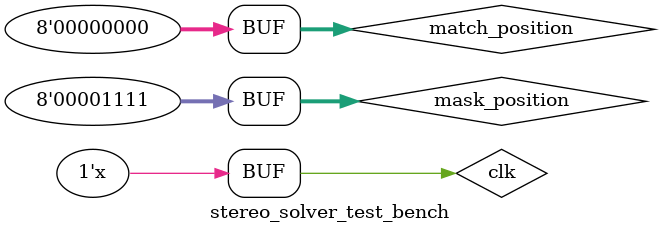
<source format=v>
`timescale 1 ns / 1 ps

module stereo_solver_test_bench
	(
	);
// clock generation for test bench	
	reg clk = 0;

	always begin
	#5 clk = !clk;	
	end
	

	reg test_reg = 8;

	always @ (posedge clk) begin
		test_reg <= test_reg -1;
	end
// e[MaEnd of clock generation of test bench

//////////////////////////////////////////////////////////////////////////////////////////////////////////////////////////

//test bench for stereo solver module

	parameter MASK_SIZE = 5;
	parameter MATCH_WIDE = 18;
	parameter POSITION_BITS = 8;

	reg [8-1 : 0] mask [MASK_SIZE*MASK_SIZE-1 : 0];
	reg [8-1 : 0] match_array [MASK_SIZE*MATCH_WIDE-1 : 0];
	reg [POSITION_BITS-1 : 0] mask_position = 15;
	reg [POSITION_BITS-1 : 0] match_position = 0;
	wire [8-1 : 0] DISSPARITION;

	initial begin
		mask[0 ] = 1;		
		mask[1 ] = 0;		
		mask[2 ] = 0;
		mask[3 ] = 0;
		mask[4 ] = 0;

		mask[5 ] = 0;		
		mask[6 ] = 5;		
		mask[7 ] = 0;
		mask[8 ] = 0;
		mask[9 ] = 0;

		mask[10] = 0;		
		mask[11] = 0;		
		mask[12] = 4;		
		mask[13] = 0;
		mask[14] = 0;

		mask[15] = 0;
		mask[16] = 0;
		mask[17] = 0;
		mask[18] = 6;
		mask[19] = 0;

		mask[20] = 0;
		mask[21] = 0;
		mask[22] = 0;
		mask[23] = 0;
		mask[24] = 8;

		match_array[0 ] = 0;
		match_array[1 ] = 1;
		match_array[2 ] = 0;
		match_array[3 ] = 0;
		match_array[4 ] = 0;
		match_array[5 ] = 0;
		match_array[6 ] = 0;
		match_array[7 ] = 0;
		match_array[8 ] = 0;
		match_array[9 ] = 0;
		match_array[10] = 0;
		match_array[11] = 0;
		match_array[12] = 0;
		match_array[13] = 0;
		match_array[14] = 0;
		match_array[15] = 0;
		match_array[16] = 0;
		match_array[17] = 0;


		match_array[18] = 0;
		match_array[19] = 0;
		match_array[20] = 5;
		match_array[21] = 0;
		match_array[22] = 0;
		match_array[23] = 0;
		match_array[24] = 0;
		match_array[25] = 0;
		match_array[26] = 0;
		match_array[27] = 0;
		match_array[28] = 0;
		match_array[29] = 0;
		match_array[30] = 0;
		match_array[31] = 0;
		match_array[32] = 0;
		match_array[33] = 0;
		match_array[34] = 0;
		match_array[35] = 0;


		match_array[36] = 0;
		match_array[37] = 0;
		match_array[38] = 0;
		match_array[39] = 4;
		match_array[40] = 0;
		match_array[41] = 0;
		match_array[42] = 0;
		match_array[43] = 0;
		match_array[44] = 0;
		match_array[45] = 0;
		match_array[46] = 0;
		match_array[47] = 0;
		match_array[48] = 0;
		match_array[49] = 0;
		match_array[50] = 0;
		match_array[51] = 0;
		match_array[52] = 0;
		match_array[53] = 0;

		match_array[54] = 0;
		match_array[55] = 0;
		match_array[56] = 0;
		match_array[57] = 0;
		match_array[58] = 6;
		match_array[59] = 0;
		match_array[60] = 0;
		match_array[61] = 0;
		match_array[62] = 0;
		match_array[63] = 0;
		match_array[64] = 0;
		match_array[65] = 0;
		match_array[66] = 0;
		match_array[67] = 0;
		match_array[68] = 0;
		match_array[69] = 0;
		match_array[70] = 0;
		match_array[71] = 0;

		match_array[72] = 0;
		match_array[73] = 0;
		match_array[74] = 0;
		match_array[75] = 0;
		match_array[76] = 0;
		match_array[77] = 8;
		match_array[78] = 0;
		match_array[79] = 0;
		match_array[80] = 0;
		match_array[81] = 0;
		match_array[82] = 0;
		match_array[83] = 0;
		match_array[84] = 0;
		match_array[85] = 0;
		match_array[86] = 0;
		match_array[87] = 0;
		match_array[88] = 0;
		match_array[89] = 0;

	end

	wire [8*MASK_SIZE*MASK_SIZE-1 : 0] flattern_mask;
	wire [8*MASK_SIZE*MATCH_WIDE-1 :0] flattern_match_array;
	genvar i;
	generate
		for(i=0; i<MASK_SIZE*MASK_SIZE; i=i+1)begin
			assign flattern_mask[i*8 +: 8] = mask[i];
		end

		for(i=0; i<MASK_SIZE*MATCH_WIDE; i=i+1)begin
			assign flattern_match_array[i*8 +: 8] = match_array [i];
		end
	endgenerate

	stereo_solver # 
	(
		.MASK_SIZE(MASK_SIZE),
		.MATCH_WIDE(MATCH_WIDE),
		.POSITION_BITS(POSITION_BITS)
	)
	hehehe(
		.flattern_mask         (flattern_mask),
		.flattern_match_array  (flattern_match_array),
		.mask_position         (mask_position),
		.match_position        (match_position),
		.DISSPARITION           (DISSPARITION)
	);


// larger test witch mask size 3 and match wide 18

//	parameter MASK_SIZE = 3;
//	parameter MATCH_WIDE = 18;
//	parameter POSITION_BITS = 11;
//
//	reg [8-1 : 0] mask [MASK_SIZE*MASK_SIZE-1 : 0];
//	reg [8-1 : 0] match_array [MASK_SIZE*MATCH_WIDE-1 : 0];
//	reg [POSITION_BITS-1 : 0] mask_position = 15;
//	reg [POSITION_BITS-1 : 0] match_position = 0;
//	wire [8-1 : 0] DISSPARITION;
//
//	initial begin
//		mask[0] = 1;		
//		mask[1] = 0;		
//		mask[2] = 0;
//
//		mask[3] = 0;		
//		mask[4] = 5;		
//		mask[5] = 0;
//
//		mask[6] = 0;		
//		mask[7] = 0;		
//		mask[8] = 4;		
//		
//		match_array[0 ] = 0;
//		match_array[1 ] = 1;
//		match_array[2 ] = 0;
//		match_array[3 ] = 0;
//		match_array[4 ] = 0;
//		match_array[5 ] = 0;
//		match_array[6 ] = 0;
//		match_array[7 ] = 0;
//		match_array[8 ] = 0;
//		match_array[9 ] = 0;
//		match_array[10] = 0;
//		match_array[11] = 0;
//		match_array[12] = 0;
//		match_array[13] = 0;
//		match_array[14] = 0;
//		match_array[15] = 0;
//		match_array[16] = 0;
//		match_array[17] = 0;
//
//
//		match_array[18] = 0;
//		match_array[19] = 0;
//		match_array[20] = 5;
//		match_array[21] = 0;
//		match_array[22] = 0;
//		match_array[23] = 0;
//		match_array[24] = 0;
//		match_array[25] = 0;
//		match_array[26] = 0;
//		match_array[27] = 0;
//		match_array[28] = 0;
//		match_array[29] = 0;
//		match_array[30] = 0;
//		match_array[31] = 0;
//		match_array[32] = 0;
//		match_array[33] = 0;
//		match_array[34] = 0;
//		match_array[35] = 0;
//
//
//		match_array[36] = 0;
//		match_array[37] = 0;
//		match_array[38] = 0;
//		match_array[39] = 0;
//		match_array[40] = 4;
//		match_array[41] = 0;
//		match_array[42] = 0;
//		match_array[43] = 0;
//		match_array[44] = 0;
//		match_array[45] = 0;
//		match_array[46] = 0;
//		match_array[47] = 0;
//		match_array[48] = 0;
//		match_array[49] = 0;
//		match_array[50] = 0;
//		match_array[51] = 0;
//		match_array[52] = 0;
//		match_array[53] = 0;
//
//	end
//
//	wire [8*MASK_SIZE*MASK_SIZE-1 : 0] flattern_mask;
//	wire [8*MASK_SIZE*MATCH_WIDE-1 :0] flattern_match_array;
//	genvar i;
//	generate
//		for(i=0; i<MASK_SIZE*MASK_SIZE; i=i+1)begin
//			assign flattern_mask[i*8 +: 8] = mask[i];
//		end
//
//		for(i=0; i<MASK_SIZE*MATCH_WIDE; i=i+1)begin
//			assign flattern_match_array[i*8 +: 8] = match_array [i];
//		end
//	endgenerate
//
//	stereo_solver # 
//	(
//		.MASK_SIZE(MASK_SIZE),
//		.MATCH_WIDE(MATCH_WIDE),
//		.POSITION_BITS(POSITION_BITS)
//	)
//	hehehe(
//		.flattern_mask         (flattern_mask),
//		.flattern_match_array  (flattern_match_array),
//		.mask_position         (mask_position),
//		.match_position        (match_position),
//		.DISSPARITION           (DISSPARITION)
//	);


/////////////////////////////////////////////////////////////////////////////////////////
// simpliest test bench for 4 match wide and 3 mask size

//	parameter MASK_SIZE = 3;
//	parameter MATCH_WIDE = 4;
//	parameter POSITION_BITS = 11;
//
//	reg [8-1 : 0] mask [MASK_SIZE*MASK_SIZE-1 : 0];
//	reg [8-1 : 0] match_array [MASK_SIZE*MATCH_WIDE-1 : 0];
//	reg [POSITION_BITS-1 : 0] mask_position = 3;
//	reg [POSITION_BITS-1 : 0] match_position = 0;
//	wire [8-1 : 0] DISSPARITION;
//
//	initial begin
//		mask[0] = 1;		
//		mask[1] = 0;		
//		mask[2] = 0;
//
//		mask[3] = 0;		
//		mask[4] = 5;		
//		mask[5] = 0;
//
//		mask[6] = 0;		
//		mask[7] = 0;		
//		mask[8] = 4;		
//		
//		match_array[0] = 0;
//		match_array[1] = 1;
//		match_array[2] = 0;
//		match_array[3] = 0;
//
//		match_array[4] = 0;
//		match_array[5] = 0;
//		match_array[6] = 5;
//		match_array[7] = 0;
//		
//		match_array[8] = 0;
//		match_array[9] = 0;
//		match_array[10] = 0;
//		match_array[11] = 4;
//
//	end
//
//	wire [8*MASK_SIZE*MASK_SIZE-1 : 0] flattern_mask;
//	wire [8*MASK_SIZE*MATCH_WIDE-1 :0] flattern_match_array;
//	genvar i;
//	generate
//		for(i=0; i<MASK_SIZE*MASK_SIZE; i=i+1)begin
//			assign flattern_mask[i*8 +: 8] = mask[i];
//		end
//
//		for(i=0; i<MASK_SIZE*MATCH_WIDE; i=i+1)begin
//			assign flattern_match_array[i*8 +: 8] = match_array [i];
//		end
//	endgenerate
//
//	stereo_solver # 
//	(
//		.MASK_SIZE(MASK_SIZE),
//		.MATCH_WIDE(MATCH_WIDE),
//		.POSITION_BITS(POSITION_BITS)
//	)
//	hehehe(
//		.flattern_mask         (flattern_mask),
//		.flattern_match_array  (flattern_match_array),
//		.mask_position         (mask_position),
//		.match_position        (match_position),
//		.DISSPARITION           (DISSPARITION)
//	);
//

//end of test bench for stereo solver module

//////////////////////////////////////////////////////////////////////////////////////////////////////

//test bench for choosing min vector element

//	parameter vector_cells = 16;
//	reg [8-1 : 0] vector [vector_cells-1 : 0];
//	
//	initial begin
//
//		vector[0 ] = 5 ;
//		vector[1 ] = 5 ;
//		vector[2 ] = 5 ;
//		vector[3 ] = 5 ;
//		vector[4 ] = 4 ;
//		vector[5 ] = 5 ;
//		vector[6 ] = 6 ;
//		vector[7 ] = 7 ;
//		vector[8 ] = 8 ;
//		vector[9 ] = 3 ;
//		vector[10] = 10;
//		vector[11] = 11;
//		vector[12] = 12;
//		vector[13] = 13;
//		vector[14] = 14;
//		vector[15] = 15;
//
//	end
//	
//	parameter sort_vec_cells = vector_cells*2-1;
//	wire [8-1 : 0] sort_vec [sort_vec_cells-1 : 0];
//	wire [8-1 : 0] sort_vec_cell [sort_vec_cells-1 : 0];
//	genvar i;
//	generate
//		for(i=0; i<vector_cells; i=i+1)begin
//			assign sort_vec[i] = vector[i];
//			assign sort_vec_cell[i] = i;
//		end
//		for(i=0; i<sort_vec_cells; i=i+2)begin
//			localparam push_cell = i/2+vector_cells;
//			assign sort_vec[push_cell] = (sort_vec[i] < sort_vec[i+1])? sort_vec[i] : sort_vec[i+1];
//			assign sort_vec_cell[push_cell] = (sort_vec[i] < sort_vec[i+1])? sort_vec_cell[i] : sort_vec_cell[i+1];
//		end
//	endgenerate
//	
//	wire [8-1 : 0] min_of_vector;
//	wire [8-1 : 0] min_of_vector_cell;
//	assign min_of_vector = sort_vec [sort_vec_cells-1];
//	assign min_of_vector_cell = sort_vec_cell [sort_vec_cells-1];

//end of test bench for choosing min vector element

/////////////////////////////////////////////////////////////////////////////////////////////////////////////////////////////////////////

//test_bench for matcher modulei

//	parameter MASK_SIZE = 3;
//	parameter matrix_cells = MASK_SIZE * MASK_SIZE;
//
//
//	reg [8-1 : 0] maskL [matrix_cells-1 : 0];
//	reg [8-1 : 0] maskR [matrix_cells-1 : 0];
//	wire [9-1:0] match_result;
//
//	initial begin
//
//		maskL[0] = 1;
//		maskL[1] = 2;
//		maskL[2] = 3;
//		maskL[3] = 0;
//		maskL[4] = 0;
//		maskL[5] = 0;
//		maskL[6] = 0;
//		maskL[7] = 0;
//		maskL[8] = 7;
//
//		maskR[0] = 5;
//		maskR[1] = 2;
//		maskR[2] = 1;
//		maskR[3] = 0;
//		maskR[4] = 0;
//		maskR[5] = 0;
//		maskR[6] = 0;
//		maskR[7] = 0;
//		maskR[8] = 7;
//
//	end
//
//	wire [8*matrix_cells-1 : 0] flattern_maskL;
//	wire [8*matrix_cells-1 : 0] flattern_maskR;
//	genvar i;
//	generate
//		for(i=0; i<matrix_cells; i=i+1)begin
//			assign flattern_maskL [i*8 +: 8] = maskL[i];
//		end
//		
//		for(i=0; i<matrix_cells; i=i+1)begin
//         	   assign flattern_maskR [i*8 +: 8] = maskR[i];
//     		end
//	endgenerate
//	
//
//	matcher #
//	(
//		.MATRIX_CELLS(matrix_cells),
//		.SUMMATION_STEPS_BITS(10)
//	)
//	hehehe(
//		.flattern_maskA(flattern_maskL),
//		.flattern_maskB(flattern_maskR),
//		.match(match_result)
//	);


//end test_bench for mather module

//////////////////////////////////////////////////////////////////////////////////////////////////////////////////////////////////////////

endmodule

</source>
